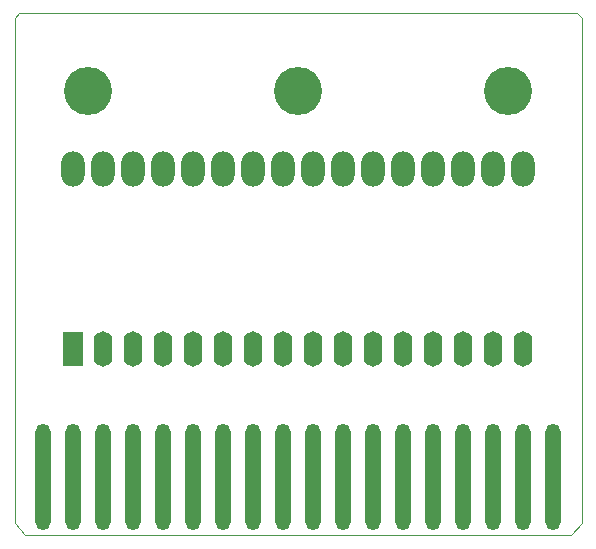
<source format=gts>
G04 (created by PCBNEW (2013-07-07 BZR 4022)-stable) date 27/12/2022 09:25:50*
%MOIN*%
G04 Gerber Fmt 3.4, Leading zero omitted, Abs format*
%FSLAX34Y34*%
G01*
G70*
G90*
G04 APERTURE LIST*
%ADD10C,0.00590551*%
%ADD11C,0.00393701*%
%ADD12R,0.0708661X0.11811*%
%ADD13O,0.0629921X0.11811*%
%ADD14O,0.0787402X0.11811*%
%ADD15O,0.0511811X0.354331*%
%ADD16C,0.16*%
G04 APERTURE END LIST*
G54D10*
G54D11*
X0Y-17000D02*
X350Y-17400D01*
X18550Y-17400D02*
X350Y-17400D01*
X18900Y-17000D02*
X18900Y-150D01*
X0Y-17000D02*
X0Y-150D01*
X18900Y-17000D02*
X18550Y-17400D01*
X18750Y0D02*
X18900Y-150D01*
X150Y0D02*
X18750Y0D01*
X0Y-150D02*
X150Y0D01*
G54D12*
X1950Y-11200D03*
G54D13*
X2950Y-11200D03*
X3950Y-11200D03*
X4950Y-11200D03*
X5950Y-11200D03*
X6950Y-11200D03*
X7950Y-11200D03*
X8950Y-11200D03*
X9950Y-11200D03*
X10950Y-11200D03*
X11950Y-11200D03*
X12950Y-11200D03*
X13950Y-11200D03*
X14950Y-11200D03*
X15950Y-11200D03*
X16950Y-11200D03*
G54D14*
X16950Y-5200D03*
X15950Y-5200D03*
X14950Y-5200D03*
X13950Y-5200D03*
X12950Y-5200D03*
X11950Y-5200D03*
X10950Y-5200D03*
X9950Y-5200D03*
X8950Y-5200D03*
X7950Y-5200D03*
X6950Y-5200D03*
X5950Y-5200D03*
X4950Y-5200D03*
X3950Y-5200D03*
X2950Y-5200D03*
X1950Y-5200D03*
G54D15*
X950Y-15450D03*
X1950Y-15450D03*
X2950Y-15450D03*
X3950Y-15450D03*
X4950Y-15450D03*
X5950Y-15450D03*
X6950Y-15450D03*
X7950Y-15450D03*
X8950Y-15450D03*
X9950Y-15450D03*
X10950Y-15450D03*
X11950Y-15450D03*
X12950Y-15450D03*
X13950Y-15450D03*
X14950Y-15450D03*
X15950Y-15450D03*
X16950Y-15450D03*
X17950Y-15450D03*
G54D16*
X2450Y-2600D03*
X16450Y-2600D03*
X9450Y-2600D03*
M02*

</source>
